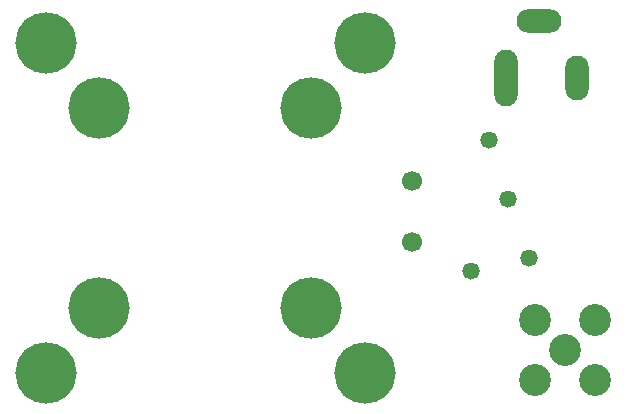
<source format=gbs>
G04*
G04 #@! TF.GenerationSoftware,Altium Limited,Altium Designer,20.1.14 (287)*
G04*
G04 Layer_Color=16711935*
%FSLAX42Y42*%
%MOMM*%
G71*
G04*
G04 #@! TF.SameCoordinates,C0F7CC4A-4C12-43CF-AD3A-5075A501ED9E*
G04*
G04*
G04 #@! TF.FilePolarity,Negative*
G04*
G01*
G75*
%ADD22C,1.70*%
%ADD23C,5.20*%
%ADD24C,2.70*%
%ADD25O,2.00X4.80*%
%ADD26O,2.00X3.80*%
%ADD27O,3.80X2.00*%
%ADD28C,1.47*%
D22*
X3400Y1410D02*
D03*
Y1930D02*
D03*
D23*
X2550Y850D02*
D03*
Y2550D02*
D03*
X750D02*
D03*
Y850D02*
D03*
X3000Y300D02*
D03*
Y3100D02*
D03*
X300Y300D02*
D03*
Y3100D02*
D03*
D24*
X4700Y500D02*
D03*
X4446Y246D02*
D03*
Y754D02*
D03*
X4954D02*
D03*
Y246D02*
D03*
D25*
X4200Y2800D02*
D03*
D26*
X4800Y2800D02*
D03*
D27*
X4480Y3280D02*
D03*
D28*
X4050Y2280D02*
D03*
X4390Y1280D02*
D03*
X4213Y1773D02*
D03*
X3900Y1168D02*
D03*
M02*

</source>
